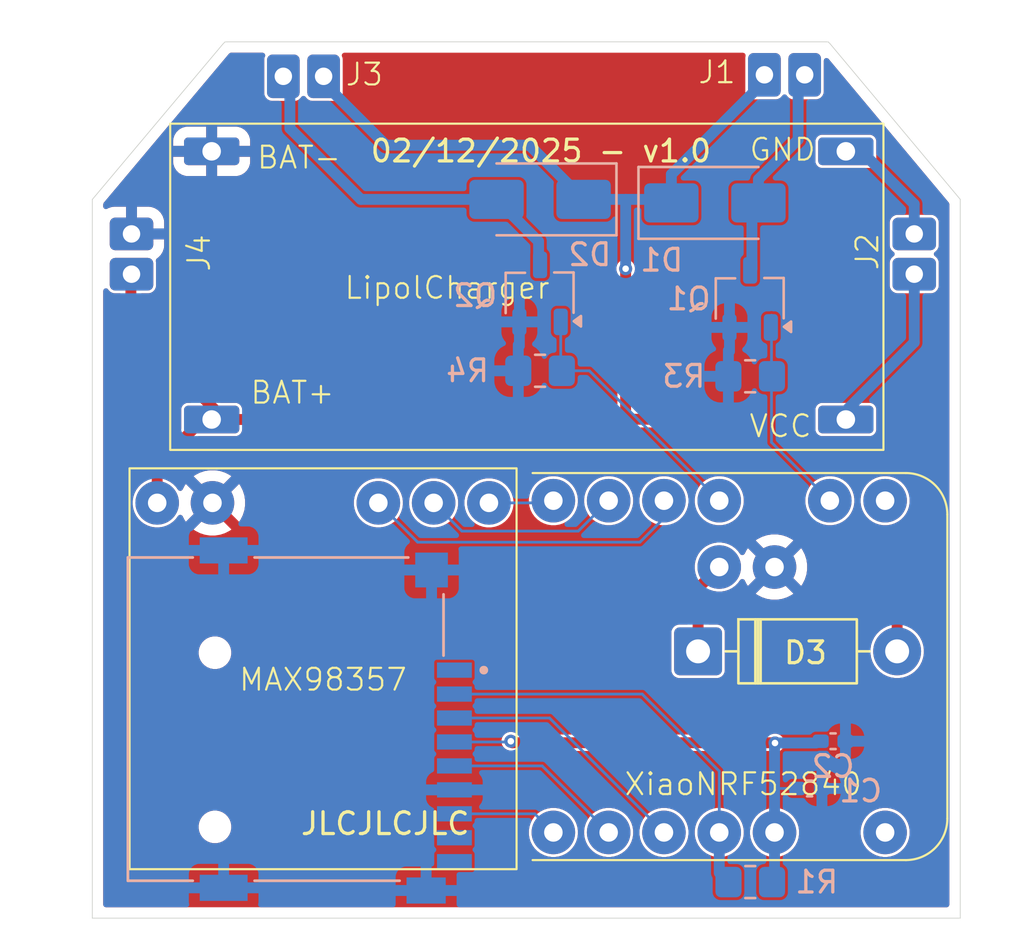
<source format=kicad_pcb>
(kicad_pcb (version 20241229) (generator "pcbnew") (generator_version "9.0")
  (layers (0 "F.Cu" signal "Front") (4 "In1.Cu" signal) (6 "In2.Cu" signal) (2 "B.Cu" signal "Back") (13 "F.Paste" user) (15 "B.Paste" user) (5 "F.SilkS" user) (7 "B.SilkS" user) (1 "F.Mask" user) (3 "B.Mask" user) (25 "Edge.Cuts" user))
  (net 0 "")
  (net 1 "GND")
  (net 2 "Net-(Q1-G)")
  (net 3 "Net-(D1-A)")
  (net 4 "Net-(D2-A)")
  (net 5 "Net-(Q2-G)")
  (net 6 "Net-(MAX98357-DIN)")
  (net 7 "Net-(J5-DAT0)")
  (net 8 "Net-(MAX98357-LRC)")
  (net 9 "Net-(MAX98357-BCLK)")
  (net 10 "unconnected-(J5-DAT1-Pad8)")
  (net 11 "Net-(J5-CD{slash}DAT3)")
  (net 12 "BAT+")
  (net 13 "Net-(J2-GND)")
  (net 14 "Net-(J2-Vcc)")
  (net 15 "Net-(J5-CLK)")
  (net 18 "Net-(J5-CMD)")
  (net 20 "Net-(D3-K)")
  (net 21 "unconnected-(XiaoNRF1-D0-Pad0)")
  (net 22 "Net-(J5-VDD)")
  (footprint "NotinKiFoot:JST_My" (layer "F.Cu") (at 148.9 93.8)
    (property "Reference" "J1" (at -3.104 1.196 0) (layer "F.SilkS") (effects (font (thickness 0.1))))
    (property "Value" "~")
    (pad "1" thru_hole roundrect (at -0.925 1.315) (size 1.5 2) (drill 0.8) (layers "*.Cu" "*.Mask") (roundrect_rratio 0.1666666667) (net 12 "BAT+"))
    (pad "2" thru_hole roundrect (at 0.925 1.315) (size 1.5 2) (drill 0.8) (layers "*.Cu" "*.Mask") (roundrect_rratio 0.1666666667) (net 3 "Net-(D1-A)"))
  )
  (footprint "Diode_THT:D_DO-41_SOD81_P10.16mm_Horizontal" (layer "F.Cu") (at 144.42 121.6)
    (property "Reference" "D3" (at 5.44 0.066 0) (layer "F.SilkS"))
    (property "Value" "1N5819")
    (fp_line (start 1.778 0) (end 2.36 0) (stroke (width 0.12)) (layer "F.SilkS"))
    (fp_line (start 3.14 -1.47) (end 3.14 1.47) (stroke (width 0.12)) (layer "F.SilkS"))
    (fp_line (start 3.26 -1.47) (end 3.26 1.47) (stroke (width 0.12)) (layer "F.SilkS"))
    (fp_line (start 3.38 -1.47) (end 3.38 1.47) (stroke (width 0.12)) (layer "F.SilkS"))
    (fp_line (start 8.382 0) (end 7.8 0) (stroke (width 0.12)) (layer "F.SilkS"))
    (fp_rect (start 2.36 -1.47) (end 7.8 1.47) (stroke (width 0.12)) (fill no) (layer "F.SilkS"))
    (pad "1" thru_hole roundrect (at 0.508 0) (size 2.2 2.2) (drill 1.1) (layers "*.Cu" "*.Mask") (roundrect_rratio 0.113636) (net 20 "Net-(D3-K)"))
    (pad "2" thru_hole circle (at 9.652 0) (size 2.2 2.2) (drill 1.1) (layers "*.Cu" "*.Mask") (net 12 "BAT+"))
  )
  (footprint "NotinKiFoot:MAX98357Footprint" (layer "F.Cu") (at 127.7 122.4 180)
    (property "Reference" "MAX98357" (at 0 -0.5 0) (layer "F.SilkS") (effects (font (thickness 0.1))))
    (property "Value" "~")
    (fp_rect (start -8.89 -9.2075) (end 8.89 9.2075) (stroke (width 0.1)) (fill no) (layer "F.SilkS"))
    (pad "1" thru_hole circle (at 7.62 7.62 180) (size 2 2) (drill 0.85) (layers "*.Cu" "*.Mask") (net 12 "BAT+"))
    (pad "2" thru_hole circle (at 5.08 7.62 180) (size 2 2) (drill 0.85) (layers "*.Cu" "*.Mask") (net 1 "GND"))
    (pad "5" thru_hole circle (at -2.54 7.62 180) (size 2 2) (drill 0.85) (layers "*.Cu" "*.Mask") (net 6 "Net-(MAX98357-DIN)"))
    (pad "6" thru_hole circle (at -5.08 7.62 180) (size 2 2) (drill 0.85) (layers "*.Cu" "*.Mask") (net 9 "Net-(MAX98357-BCLK)"))
    (pad "7" thru_hole circle (at -7.62 7.62 180) (size 2 2) (drill 0.85) (layers "*.Cu" "*.Mask") (net 8 "Net-(MAX98357-LRC)"))
  )
  (footprint "NotinKiFoot:JST_My" (layer "F.Cu") (at 117.5855 103.35 90)
    (property "Reference" "J4" (at 0.05 4.4145 90) (layer "F.SilkS") (effects (font (thickness 0.1))))
    (property "Value" "~")
    (pad "1" thru_hole roundrect (at -0.925 1.315 90) (size 1.5 2) (drill 0.8) (layers "*.Cu" "*.Mask") (roundrect_rratio 0.1666666667) (net 12 "BAT+"))
    (pad "2" thru_hole roundrect (at 0.925 1.315 90) (size 1.5 2) (drill 0.8) (layers "*.Cu" "*.Mask") (roundrect_rratio 0.1666666667) (net 1 "GND"))
  )
  (footprint "NotinKiFoot:Lipolchargerfoot" (layer "F.Cu") (at 137.06 104.854)
    (property "Reference" "LipolCharger" (at -3.66 0.046 0) (layer "F.SilkS") (effects (font (thickness 0.1))))
    (property "Value" "~")
    (fp_rect (start -16.383 -7.493) (end 16.383 7.493) (stroke (width 0.1)) (fill no) (layer "F.SilkS"))
    (fp_text user "BAT-" (at -12.46 -5.354 0) (layer "F.SilkS") (effects (font (thickness 0.1)) (justify left bottom)))
    (fp_text user "GND" (at 10.16 -5.715 0) (layer "F.SilkS") (effects (font (thickness 0.1)) (justify left bottom)))
    (fp_text user "BAT+" (at -12.76 5.446 0) (layer "F.SilkS") (effects (font (thickness 0.1)) (justify left bottom)))
    (fp_text user "VCC" (at 10.16 6.985 0) (layer "F.SilkS") (effects (font (thickness 0.1)) (justify left bottom)))
    (pad "1" thru_hole roundrect (at 14.6558 -6.223) (size 2.54 1.27) (drill 0.85) (layers "*.Cu" "*.Mask") (roundrect_rratio 0.15) (net 13 "Net-(J2-GND)"))
    (pad "2" thru_hole roundrect (at 14.6558 6.096) (size 2.54 1.27) (drill 0.85) (layers "*.Cu" "*.Mask") (roundrect_rratio 0.15) (net 14 "Net-(J2-Vcc)"))
    (pad "3" thru_hole roundrect (at -14.478 -6.223) (size 2.54 1.27) (drill 0.85) (layers "*.Cu" "*.Mask") (roundrect_rratio 0.15) (net 1 "GND"))
    (pad "4" thru_hole roundrect (at -14.478 6.096) (size 2.54 1.27) (drill 0.85) (layers "*.Cu" "*.Mask") (roundrect_rratio 0.15) (net 12 "BAT+"))
  )
  (footprint "NotinKiFoot:XiaoTrace" (layer "F.Cu") (at 145.9 122.3)
    (property "Reference" "XiaoNRF52840" (at 1.1 5.4 0) (layer "F.SilkS") (effects (font (thickness 0.1))))
    (property "Value" "~" (hide yes))
    (fp_line (start -8.5725 -8.89) (end 8.5725 -8.89) (stroke (width 0.1)) (layer "F.SilkS"))
    (fp_line (start -8.5725 8.89) (end 8.5725 8.89) (stroke (width 0.1)) (layer "F.SilkS"))
    (fp_line (start 10.4775 6.985) (end 10.4775 -6.985) (stroke (width 0.1)) (layer "F.SilkS"))
    (fp_arc (start 8.5725 -8.89) (mid 9.919538 -8.332038) (end 10.4775 -6.985) (stroke (width 0.1)) (layer "F.SilkS"))
    (fp_arc (start 10.4775 6.985) (mid 9.919538 8.332038) (end 8.5725 8.89) (stroke (width 0.1)) (layer "F.SilkS"))
    (pad "0" thru_hole circle (at 7.62 -7.62) (size 2 2) (drill 0.85) (layers "*.Cu" "*.Mask") (net 21 "unconnected-(XiaoNRF1-D0-Pad0)"))
    (pad "1" thru_hole circle (at 7.62 7.62) (size 2 2) (drill 0.85) (layers "*.Cu" "*.Mask"))
    (pad "3" thru_hole circle (at 2.54 7.62) (size 2 2) (drill 0.85) (layers "*.Cu" "*.Mask") (net 22 "Net-(J5-VDD)"))
    (pad "4" thru_hole circle (at 0 7.62) (size 2 2) (drill 0.85) (layers "*.Cu" "*.Mask") (net 11 "Net-(J5-CD{slash}DAT3)"))
    (pad "5" thru_hole circle (at -2.54 7.62) (size 2 2) (drill 0.85) (layers "*.Cu" "*.Mask") (net 18 "Net-(J5-CMD)"))
    (pad "6" thru_hole circle (at -5.08 7.62) (size 2 2) (drill 0.85) (layers "*.Cu" "*.Mask") (net 15 "Net-(J5-CLK)"))
    (pad "7" thru_hole circle (at -7.62 7.62) (size 2 2) (drill 0.85) (layers "*.Cu" "*.Mask") (net 7 "Net-(J5-DAT0)"))
    (pad "8" thru_hole circle (at 5.08 -7.62) (size 2 2) (drill 0.85) (layers "*.Cu" "*.Mask") (net 2 "Net-(Q1-G)"))
    (pad "10" thru_hole circle (at 0 -7.62) (size 2 2) (drill 0.85) (layers "*.Cu" "*.Mask") (net 5 "Net-(Q2-G)"))
    (pad "11" thru_hole circle (at -2.54 -7.62) (size 2 2) (drill 0.85) (layers "*.Cu" "*.Mask") (net 6 "Net-(MAX98357-DIN)"))
    (pad "12" thru_hole circle (at -5.08 -7.62) (size 2 2) (drill 0.85) (layers "*.Cu" "*.Mask") (net 9 "Net-(MAX98357-BCLK)"))
    (pad "13" thru_hole circle (at -7.62 -7.62) (size 2 2) (drill 0.85) (layers "*.Cu" "*.Mask") (net 8 "Net-(MAX98357-LRC)"))
    (pad "14" thru_hole circle (at 2.54 -4.572) (size 2 2) (drill 0.85) (layers "*.Cu" "*.Mask") (net 1 "GND"))
    (pad "15" thru_hole circle (at 0 -4.572) (size 2 2) (drill 0.85) (layers "*.Cu" "*.Mask") (net 20 "Net-(D3-K)"))
  )
  (footprint "NotinKiFoot:JST_My" (layer "F.Cu") (at 126.8 96.5 180)
    (property "Reference" "J3" (at -2.8 1.4 0) (layer "F.SilkS") (effects (font (thickness 0.1))))
    (property "Value" "~")
    (pad "1" thru_hole roundrect (at -0.925 1.315 180) (size 1.5 2) (drill 0.8) (layers "*.Cu" "*.Mask") (roundrect_rratio 0.1666666667) (net 12 "BAT+"))
    (pad "2" thru_hole roundrect (at 0.925 1.315 180) (size 1.5 2) (drill 0.8) (layers "*.Cu" "*.Mask") (roundrect_rratio 0.1666666667) (net 4 "Net-(D2-A)"))
  )
  (footprint "NotinKiFoot:JST_My" (layer "F.Cu") (at 153.543 103.35 90)
    (property "Reference" "J2" (at 0.11 -0.843 90) (layer "F.SilkS") (effects (font (thickness 0.1))))
    (property "Value" "~" (hide yes))
    (pad "1" thru_hole roundrect (at -0.925 1.315 90) (size 1.5 2) (drill 0.8) (layers "*.Cu" "*.Mask") (roundrect_rratio 0.1666666667) (net 14 "Net-(J2-Vcc)"))
    (pad "2" thru_hole roundrect (at 0.925 1.315 90) (size 1.5 2) (drill 0.8) (layers "*.Cu" "*.Mask") (roundrect_rratio 0.1666666667) (net 13 "Net-(J2-GND)"))
  )
  (footprint "NotinKiFoot:CUI_MSD-1-A" (layer "B.Cu") (at 125.984 124.714 90)
    (property "Reference" "J5" (hide yes))
    (property "Value" "MSD-1-A")
    (fp_line (start -7.425 -7.25) (end 7.425 -7.25) (stroke (width 0.127)) (layer "B.SilkS"))
    (fp_line (start 7.425 -4.27) (end 7.425 -7.25) (stroke (width 0.127)) (layer "B.SilkS"))
    (fp_line (start -7.425 -4.27) (end -7.425 -7.25) (stroke (width 0.127)) (layer "B.SilkS"))
    (fp_line (start -7.425 5.23) (end -7.425 -1.43) (stroke (width 0.127)) (layer "B.SilkS"))
    (fp_line (start 7.425 5.63) (end 7.425 -1.43) (stroke (width 0.127)) (layer "B.SilkS"))
    (fp_line (start 5.73 7.25) (end 2.92 7.25) (stroke (width 0.127)) (layer "B.SilkS"))
    (fp_circle (center 2.25 9.1) (end 2.35 9.1) (stroke (width 0.2)) (fill no) (layer "B.SilkS"))
    (pad "" np_thru_hole circle (at -4.95 -3.25 90) (size 1 1) (drill 1) (layers "F&B.Cu" "*.Mask"))
    (pad "" np_thru_hole circle (at 3.05 -3.25 90) (size 1 1) (drill 1) (layers "F&B.Cu" "*.Mask"))
    (pad "1" smd rect (at 2.25 7.75 90) (size 0.7 1.6) (layers "B.Cu" "B.Mask" "B.Paste"))
    (pad "2" smd rect (at 1.15 7.75 90) (size 0.7 1.6) (layers "B.Cu" "B.Mask" "B.Paste") (net 11 "Net-(J5-CD{slash}DAT3)"))
    (pad "3" smd rect (at 0.05 7.75 90) (size 0.7 1.6) (layers "B.Cu" "B.Mask" "B.Paste") (net 18 "Net-(J5-CMD)"))
    (pad "4" smd rect (at -1.05 7.75 90) (size 0.7 1.6) (layers "B.Cu" "B.Mask" "B.Paste") (net 22 "Net-(J5-VDD)"))
    (pad "5" smd rect (at -2.15 7.75 90) (size 0.7 1.6) (layers "B.Cu" "B.Mask" "B.Paste") (net 15 "Net-(J5-CLK)"))
    (pad "6" smd rect (at -3.25 7.75 90) (size 0.7 1.6) (layers "B.Cu" "B.Mask" "B.Paste") (net 1 "GND"))
    (pad "7" smd rect (at -4.35 7.75 90) (size 0.7 1.6) (layers "B.Cu" "B.Mask" "B.Paste") (net 7 "Net-(J5-DAT0)"))
    (pad "8" smd rect (at -5.45 7.75 90) (size 0.7 1.6) (layers "B.Cu" "B.Mask" "B.Paste") (net 10 "unconnected-(J5-DAT1-Pad8)"))
    (pad "CD" smd rect (at -6.55 7.75 90) (size 0.7 1.6) (layers "B.Cu" "B.Mask" "B.Paste"))
    (pad "G1" smd rect (at -7.874 6.4516 90) (size 1.2 1.8) (layers "B.Cu" "B.Mask" "B.Paste") (net 1 "GND"))
    (pad "G2" smd rect (at 6.85 6.7 90) (size 1.6 1.5) (layers "B.Cu" "B.Mask" "B.Paste") (net 1 "GND"))
    (pad "G3" smd rect (at -7.75 -2.85 90) (size 1.2 2.2) (layers "B.Cu" "B.Mask" "B.Paste") (net 1 "GND"))
    (pad "G4" smd rect (at 7.75 -2.85 90) (size 1.2 2.2) (layers "B.Cu" "B.Mask" "B.Paste") (net 1 "GND"))
  )
  (footprint "Diode_SMD:D_SMA" (layer "B.Cu") (at 145.7 101)
    (property "Reference" "D1" (at -2.444 2.632 0) (layer "B.SilkS") (effects (justify mirror)))
    (property "Value" "SS14")
    (fp_line (start -3.51 -1.65) (end 2 -1.65) (stroke (width 0.12)) (layer "B.SilkS"))
    (fp_line (start -3.51 1.65) (end -3.51 -1.65) (stroke (width 0.12)) (layer "B.SilkS"))
    (fp_line (start -3.51 1.65) (end 2 1.65) (stroke (width 0.12)) (layer "B.SilkS"))
    (pad "1" smd roundrect (at -2 0) (size 2.5 1.8) (layers "B.Cu" "B.Mask" "B.Paste") (roundrect_rratio 0.1388888889) (net 12 "BAT+"))
    (pad "2" smd roundrect (at 2 0) (size 2.5 1.8) (layers "B.Cu" "B.Mask" "B.Paste") (roundrect_rratio 0.1388888889) (net 3 "Net-(D1-A)"))
  )
  (footprint "Resistor_SMD:R_0805_2012Metric_Pad1.20x1.40mm_HandSolder" (layer "B.Cu") (at 137.668 108.712 180)
    (property "Reference" "R4" (at 3.334 0 0) (layer "B.SilkS") (effects (justify mirror)))
    (property "Value" "10k")
    (fp_line (start -0.227064 0.735) (end 0.227064 0.735) (stroke (width 0.12)) (layer "B.SilkS"))
    (fp_line (start -0.227064 -0.735) (end 0.227064 -0.735) (stroke (width 0.12)) (layer "B.SilkS"))
    (pad "1" smd roundrect (at -1 0 180) (size 1.2 1.4) (layers "B.Cu" "B.Mask" "B.Paste") (roundrect_rratio 0.208333) (net 5 "Net-(Q2-G)"))
    (pad "2" smd roundrect (at 1 0 180) (size 1.2 1.4) (layers "B.Cu" "B.Mask" "B.Paste") (roundrect_rratio 0.208333) (net 1 "GND"))
  )
  (footprint "Package_TO_SOT_SMD:TSOT-23" (layer "B.Cu") (at 137.668 105.156 90)
    (property "Reference" "Q2" (at -0.102 -2.98 0) (layer "B.SilkS") (effects (justify mirror)))
    (property "Value" "NMOS")
    (fp_line (start 0.945 -1.58) (end -0.905 -1.58) (stroke (width 0.12)) (layer "B.SilkS"))
    (fp_line (start 0.945 -0.69) (end 0.945 -1.58) (stroke (width 0.12)) (layer "B.SilkS"))
    (fp_line (start 0.96 1.54) (end 0.96 0.65) (stroke (width 0.12)) (layer "B.SilkS"))
    (fp_line (start 0.96 1.54) (end -0.89 1.54) (stroke (width 0.12)) (layer "B.SilkS"))
    (fp_poly (pts (xy -1.28 1.55) (xy -1.52 1.88) (xy -1.04 1.88) (xy -1.28 1.55)) (stroke (width 0.12)) (fill yes) (layer "B.SilkS"))
    (pad "1" smd roundrect (at 1.31 0 90) (size 1.22 0.65) (layers "B.Cu" "B.Mask" "B.Paste") (net 4 "Net-(D2-A)"))
    (pad "2" smd roundrect (at -1.31 0.95 90) (size 1.22 0.65) (layers "B.Cu" "B.Mask" "B.Paste") (net 5 "Net-(Q2-G)"))
    (pad "3" smd roundrect (at -1.31 -0.95 90) (size 1.22 0.65) (layers "B.Cu" "B.Mask" "B.Paste") (net 1 "GND"))
  )
  (footprint "Capacitor_SMD:C_0402_1005Metric_Pad0.74x0.62mm_HandSolder" (layer "B.Cu") (at 151.13 125.73)
    (property "Reference" "C2" (at 0 1.16 180) (layer "B.SilkS") (effects (justify mirror)))
    (property "Value" "C")
    (fp_line (start -0.115835 -0.36) (end 0.115835 -0.36) (stroke (width 0.12)) (layer "B.SilkS"))
    (fp_line (start -0.115835 0.36) (end 0.115835 0.36) (stroke (width 0.12)) (layer "B.SilkS"))
    (pad "1" smd roundrect (at -0.5675 0) (size 0.735 0.62) (layers "B.Cu" "B.Mask" "B.Paste") (net 22 "Net-(J5-VDD)"))
    (pad "2" smd roundrect (at 0.5675 0) (size 0.735 0.62) (layers "B.Cu" "B.Mask" "B.Paste") (net 1 "GND"))
  )
  (footprint "Capacitor_SMD:C_0402_1005Metric_Pad0.74x0.62mm_HandSolder" (layer "B.Cu") (at 150.05 127.9)
    (property "Reference" "C1" (at 2.35 0.116 0) (layer "B.SilkS") (effects (justify mirror)))
    (property "Value" "C")
    (fp_line (start -0.115835 -0.36) (end 0.115835 -0.36) (stroke (width 0.12)) (layer "B.SilkS"))
    (fp_line (start -0.115835 0.36) (end 0.115835 0.36) (stroke (width 0.12)) (layer "B.SilkS"))
    (pad "1" smd roundrect (at -0.5675 0) (size 0.735 0.62) (layers "B.Cu" "B.Mask" "B.Paste") (net 22 "Net-(J5-VDD)"))
    (pad "2" smd roundrect (at 0.5675 0) (size 0.735 0.62) (layers "B.Cu" "B.Mask" "B.Paste") (net 1 "GND"))
  )
  (footprint "Package_TO_SOT_SMD:TSOT-23" (layer "B.Cu") (at 147.32 105.41 90)
    (property "Reference" "Q1" (at 0 -2.824 0) (layer "B.SilkS") (effects (justify mirror)))
    (property "Value" "NMOS")
    (fp_line (start 0.945 -1.58) (end -0.905 -1.58) (stroke (width 0.12)) (layer "B.SilkS"))
    (fp_line (start 0.945 -0.69) (end 0.945 -1.58) (stroke (width 0.12)) (layer "B.SilkS"))
    (fp_line (start 0.96 1.54) (end 0.96 0.65) (stroke (width 0.12)) (layer "B.SilkS"))
    (fp_line (start 0.96 1.54) (end -0.89 1.54) (stroke (width 0.12)) (layer "B.SilkS"))
    (fp_poly (pts (xy -1.28 1.55) (xy -1.52 1.88) (xy -1.04 1.88) (xy -1.28 1.55)) (stroke (width 0.12)) (fill yes) (layer "B.SilkS"))
    (pad "1" smd roundrect (at 1.31 0 90) (size 1.22 0.65) (layers "B.Cu" "B.Mask" "B.Paste") (net 3 "Net-(D1-A)"))
    (pad "2" smd roundrect (at -1.31 0.95 90) (size 1.22 0.65) (layers "B.Cu" "B.Mask" "B.Paste") (net 2 "Net-(Q1-G)"))
    (pad "3" smd roundrect (at -1.31 -0.95 90) (size 1.22 0.65) (layers "B.Cu" "B.Mask" "B.Paste") (net 1 "GND"))
  )
  (footprint "Resistor_SMD:R_0805_2012Metric_Pad1.20x1.40mm_HandSolder" (layer "B.Cu") (at 147.325 132.2 180)
    (property "Reference" "R1" (at -3.053 0 0) (layer "B.SilkS") (effects (justify mirror)))
    (property "Value" "10k")
    (fp_line (start -0.227064 0.735) (end 0.227064 0.735) (stroke (width 0.12)) (layer "B.SilkS"))
    (fp_line (start -0.227064 -0.735) (end 0.227064 -0.735) (stroke (width 0.12)) (layer "B.SilkS"))
    (pad "1" smd roundrect (at -1 0 180) (size 1.2 1.4) (layers "B.Cu" "B.Mask" "B.Paste") (roundrect_rratio 0.208333) (net 22 "Net-(J5-VDD)"))
    (pad "2" smd roundrect (at 1 0 180) (size 1.2 1.4) (layers "B.Cu" "B.Mask" "B.Paste") (roundrect_rratio 0.208333) (net 11 "Net-(J5-CD{slash}DAT3)"))
  )
  (footprint "Diode_SMD:D_SMA" (layer "B.Cu") (at 137.668 100.838 180)
    (property "Reference" "D2" (at -2.286 -2.54 0) (layer "B.SilkS") (effects (justify mirror)))
    (property "Value" "SS14")
    (fp_line (start -3.51 1.65) (end 2 1.65) (stroke (width 0.12)) (layer "B.SilkS"))
    (fp_line (start -3.51 1.65) (end -3.51 -1.65) (stroke (width 0.12)) (layer "B.SilkS"))
    (fp_line (start -3.51 -1.65) (end 2 -1.65) (stroke (width 0.12)) (layer "B.SilkS"))
    (pad "1" smd roundrect (at -2 0 180) (size 2.5 1.8) (layers "B.Cu" "B.Mask" "B.Paste") (roundrect_rratio 0.1388888889) (net 12 "BAT+"))
    (pad "2" smd roundrect (at 2 0 180) (size 2.5 1.8) (layers "B.Cu" "B.Mask" "B.Paste") (roundrect_rratio 0.1388888889) (net 4 "Net-(D2-A)"))
  )
  (footprint "Resistor_SMD:R_0805_2012Metric_Pad1.20x1.40mm_HandSolder" (layer "B.Cu") (at 147.32 108.966 180)
    (property "Reference" "R3" (at 3.048 0 0) (layer "B.SilkS") (effects (justify mirror)))
    (property "Value" "10k")
    (fp_line (start -0.227064 0.735) (end 0.227064 0.735) (stroke (width 0.12)) (layer "B.SilkS"))
    (fp_line (start -0.227064 -0.735) (end 0.227064 -0.735) (stroke (width 0.12)) (layer "B.SilkS"))
    (pad "1" smd roundrect (at -1 0 180) (size 1.2 1.4) (layers "B.Cu" "B.Mask" "B.Paste") (roundrect_rratio 0.208333) (net 2 "Net-(Q1-G)"))
    (pad "2" smd roundrect (at 1 0 180) (size 1.2 1.4) (layers "B.Cu" "B.Mask" "B.Paste") (roundrect_rratio 0.208333) (net 1 "GND"))
  )
  (gr_line (start 151 93.7) (end 150.9 93.6) (stroke (width 0.0381)) (layer "Edge.Cuts"))
  (gr_line (start 117.1 133.858) (end 156.972 133.858) (stroke (width 0.0381)) (layer "Edge.Cuts"))
  (gr_line (start 123.1 93.7) (end 123.2 93.6) (stroke (width 0.0381)) (layer "Edge.Cuts"))
  (gr_line (start 156.972 133.858) (end 156.972 100.838) (stroke (width 0.0381)) (layer "Edge.Cuts"))
  (gr_line (start 117.1 100.841756) (end 117.1 133.858) (stroke (width 0.0381)) (layer "Edge.Cuts"))
  (gr_line (start 156.972 100.838) (end 151 93.7) (stroke (width 0.0381)) (layer "Edge.Cuts"))
  (gr_line (start 150.9 93.6) (end 123.2 93.6) (stroke (width 0.0381)) (layer "Edge.Cuts"))
  (gr_line (start 117.1 100.841756) (end 123.1 93.7) (stroke (width 0.0381)) (layer "Edge.Cuts"))
  (gr_text "02/12/2025 - v1.0" (at 129.8 99.2 0) (layer "F.SilkS") (effects (font (size 1 1)) (justify left bottom)))
  (gr_text "JLCJLCJLC" (at 126.6 130.1 0) (layer "F.SilkS") (effects (font (size 1 1)) (justify left bottom)))
  (segment (start 150.98 114.68) (end 150.88 114.68) (width 0.5) (layer "F.Cu") (net 2))
  (segment (start 150.98 114.68) (end 148.3 112) (width 0.127) (layer "B.Cu") (net 2))
  (segment (start 148.3 108.3) (end 148.3 106.16) (width 0.127) (layer "B.Cu") (net 2))
  (segment (start 148.3 112) (end 148.3 108.3) (width 0.127) (layer "B.Cu") (net 2))
  (segment (start 147.4 101.3) (end 147.4 104.02) (width 0.5) (layer "B.Cu") (net 3))
  (segment (start 147.7 99.918) (end 149.525 98.093) (width 0.5) (layer "B.Cu") (net 3))
  (segment (start 149.525 98.093) (end 149.525 95.115) (width 0.5) (layer "B.Cu") (net 3))
  (segment (start 147.4 104.02) (end 147.32 104.1) (width 0.5) (layer "B.Cu") (net 3))
  (segment (start 147.7 101) (end 147.7 99.918) (width 0.5) (layer "B.Cu") (net 3))
  (segment (start 137.6 103.49) (end 137.6 102.77) (width 0.5) (layer "B.Cu") (net 4))
  (segment (start 126.175 97.575) (end 126.175 95.185) (width 0.5) (layer "B.Cu") (net 4))
  (segment (start 135.668 100.838) (end 129.438 100.838) (width 0.5) (layer "B.Cu") (net 4))
  (segment (start 129.438 100.838) (end 126.175 97.575) (width 0.5) (layer "B.Cu") (net 4))
  (segment (start 137.6 102.77) (end 135.668 100.838) (width 0.5) (layer "B.Cu") (net 4))
  (segment (start 138.618 106.466) (end 138.618 108.662) (width 0.127) (layer "B.Cu") (net 5))
  (segment (start 145.9 114.68) (end 139.932 108.712) (width 0.127) (layer "B.Cu") (net 5))
  (segment (start 138.618 108.662) (end 138.668 108.712) (width 0.127) (layer "B.Cu") (net 5))
  (segment (start 139.932 108.712) (end 138.668 108.712) (width 0.127) (layer "B.Cu") (net 5))
  (segment (start 130.63 114.78) (end 130.24 114.78) (width 0.5) (layer "F.Cu") (net 6))
  (segment (start 132.046 116.586) (end 142.255 116.586) (width 0.127) (layer "B.Cu") (net 6))
  (segment (start 130.24 114.78) (end 132.046 116.586) (width 0.127) (layer "B.Cu") (net 6))
  (segment (start 142.255 116.586) (end 143.36 115.481) (width 0.127) (layer "B.Cu") (net 6))
  (segment (start 138.21 129.85) (end 138.28 129.92) (width 0.5) (layer "F.Cu") (net 7))
  (segment (start 133.734 129.064) (end 137.424 129.064) (width 0.127) (layer "B.Cu") (net 7))
  (segment (start 137.424 129.064) (end 138.28 129.92) (width 0.127) (layer "B.Cu") (net 7))
  (segment (start 138.18 114.78) (end 138.28 114.68) (width 0.5) (layer "F.Cu") (net 8))
  (segment (start 135.32 114.78) (end 138.18 114.78) (width 0.127) (layer "B.Cu") (net 8))
  (segment (start 132.78 114.83) (end 132.78 114.78) (width 0.5) (layer "F.Cu") (net 9))
  (segment (start 132.78 114.78) (end 134.078 116.078) (width 0.127) (layer "B.Cu") (net 9))
  (segment (start 139.422 116.078) (end 140.82 114.68) (width 0.127) (layer "B.Cu") (net 9))
  (segment (start 134.078 116.078) (end 139.422 116.078) (width 0.127) (layer "B.Cu") (net 9))
  (segment (start 133.828 129.92) (end 133.734 129.826) (width 0.127) (layer "B.Cu") (net 10))
  (segment (start 145.9 129.92) (end 145.9 131.775) (width 0.5) (layer "B.Cu") (net 11))
  (segment (start 133.734 123.564) (end 142.36 123.564) (width 0.127) (layer "B.Cu") (net 11))
  (segment (start 142.36 123.564) (end 145.9 127.104) (width 0.127) (layer "B.Cu") (net 11))
  (segment (start 145.9 127.104) (end 145.9 129.92) (width 0.127) (layer "B.Cu") (net 11))
  (segment (start 120.08 113.052) (end 122.682 110.45) (width 0.5) (layer "F.Cu") (net 12))
  (segment (start 118.872 104.3035) (end 118.9005 104.275) (width 0.5) (layer "F.Cu") (net 12))
  (segment (start 154.072 120.172) (end 154.072 121.6) (width 0.5) (layer "F.Cu") (net 12))
  (segment (start 122.682 110.45) (end 118.872 106.64) (width 0.5) (layer "F.Cu") (net 12))
  (segment (start 144.839 110.939) (end 154.072 120.172) (width 0.5) (layer "F.Cu") (net 12))
  (segment (start 141.6 110.818) (end 141.721 110.939) (width 0.5) (layer "F.Cu") (net 12))
  (segment (start 141.6 104.025) (end 141.6 110.818) (width 0.5) (layer "F.Cu") (net 12))
  (segment (start 118.872 106.64) (end 118.872 104.3035) (width 0.5) (layer "F.Cu") (net 12))
  (segment (start 141.721 110.939) (end 144.839 110.939) (width 0.5) (layer "F.Cu") (net 12))
  (segment (start 141.15 110.818) (end 141.018 110.95) (width 0.5) (layer "F.Cu") (net 12))
  (segment (start 141.6 110.818) (end 141.15 110.818) (width 0.5) (layer "F.Cu") (net 12))
  (segment (start 120.08 114.78) (end 120.08 113.052) (width 0.5) (layer "F.Cu") (net 12))
  (segment (start 141.018 110.95) (end 122.582 110.95) (width 0.5) (layer "F.Cu") (net 12))
  (via (at 141.6 104.025) (size 0.6) (drill 0.3) (layers "F.Cu" "B.Cu") (net 12))
  (segment (start 141.6 104.025) (end 141.6 100.838) (width 0.5) (layer "B.Cu") (net 12))
  (segment (start 143.7 99.69) (end 148.275 95.115) (width 0.5) (layer "B.Cu") (net 12))
  (segment (start 141.6 104.025) (end 141.575 104) (width 0.5) (layer "B.Cu") (net 12))
  (segment (start 141.6 100.838) (end 143.538 100.838) (width 0.5) (layer "B.Cu") (net 12))
  (segment (start 139.668 100.838) (end 141.6 100.838) (width 0.5) (layer "B.Cu") (net 12))
  (segment (start 143.7 101) (end 143.7 99.69) (width 0.5) (layer "B.Cu") (net 12))
  (segment (start 137.18 98.35) (end 130.59 98.35) (width 0.5) (layer "B.Cu") (net 12))
  (segment (start 130.59 98.35) (end 127.425 95.185) (width 0.5) (layer "B.Cu") (net 12))
  (segment (start 139.668 100.838) (end 137.18 98.35) (width 0.5) (layer "B.Cu") (net 12))
  (segment (start 152.431 98.631) (end 151.7158 98.631) (width 0.5) (layer "F.Cu") (net 13))
  (segment (start 154.858 102.425) (end 154.858 101.058) (width 0.5) (layer "B.Cu") (net 13))
  (segment (start 154.858 101.058) (end 152.431 98.631) (width 0.5) (layer "B.Cu") (net 13))
  (segment (start 151.8158 110.45) (end 154.858 107.4078) (width 0.5) (layer "B.Cu") (net 14))
  (segment (start 154.858 107.4078) (end 154.858 104.275) (width 0.5) (layer "B.Cu") (net 14))
  (segment (start 140.82 129.62) (end 140.82 129.92) (width 0.5) (layer "F.Cu") (net 15))
  (segment (start 140.82 129.295) (end 140.82 129.92) (width 0.5) (layer "F.Cu") (net 15))
  (segment (start 133.734 126.864) (end 137.764 126.864) (width 0.127) (layer "B.Cu") (net 15))
  (segment (start 137.764 126.864) (end 140.82 129.92) (width 0.127) (layer "B.Cu") (net 15))
  (segment (start 143.36 129.185) (end 143.36 129.92) (width 0.5) (layer "F.Cu") (net 18))
  (segment (start 133.734 124.664) (end 138.104 124.664) (width 0.127) (layer "B.Cu") (net 18))
  (segment (start 138.104 124.664) (end 143.36 129.92) (width 0.127) (layer "B.Cu") (net 18))
  (segment (start 144.928 118.7) (end 144.928 121.6) (width 0.5) (layer "F.Cu") (net 20))
  (segment (start 144.928 118.7) (end 145.9 117.728) (width 0.5) (layer "F.Cu") (net 20))
  (segment (start 153.425 114.775) (end 153.52 114.68) (width 0.5) (layer "F.Cu") (net 21))
  (segment (start 136.395 125.8) (end 148.45 125.8) (width 0.5) (layer "F.Cu") (net 22))
  (segment (start 148.44 125.831364) (end 148.460682 125.810682) (width 0.5) (layer "F.Cu") (net 22))
  (segment (start 136.325 125.73) (end 136.395 125.8) (width 0.5) (layer "F.Cu") (net 22))
  (via (at 148.460682 125.810682) (size 0.6) (drill 0.3) (layers "F.Cu" "B.Cu") (net 22))
  (via (at 136.325 125.73) (size 0.6) (drill 0.3) (layers "F.Cu" "B.Cu") (net 22))
  (segment (start 148.44 127.9) (end 148.44 125.831364) (width 0.5) (layer "B.Cu") (net 22))
  (segment (start 149.4825 127.9) (end 148.44 127.9) (width 0.127) (layer "B.Cu") (net 22))
  (segment (start 148.44 129.92) (end 148.44 127.9) (width 0.5) (layer "B.Cu") (net 22))
  (segment (start 136.291 125.764) (end 136.325 125.73) (width 0.127) (layer "B.Cu") (net 22))
  (segment (start 148.44 129.92) (end 148.44 132.085) (width 0.5) (layer "B.Cu") (net 22))
  (segment (start 148.45 125.8) (end 148.460682 125.810682) (width 0.5) (layer "B.Cu") (net 22))
  (segment (start 133.734 125.764) (end 136.291 125.764) (width 0.127) (layer "B.Cu") (net 22))
  (segment (start 148.460682 125.810682) (end 150.351818 125.810682) (width 0.5) (layer "B.Cu") (net 22))
  (zone (net 1) (net_name "GND") (layers "F.Cu" "B.Cu") (connect_pads (clearance 0)) (min_thickness 0.25) (fill yes (thermal_gap 0.5) (thermal_bridge_width 0.5))
    (polygon (pts (xy 115.106 91.679) (xy 115.106 135.442) (xy 159.912 135.442) (xy 159.912 91.679)))
  )
)
</source>
